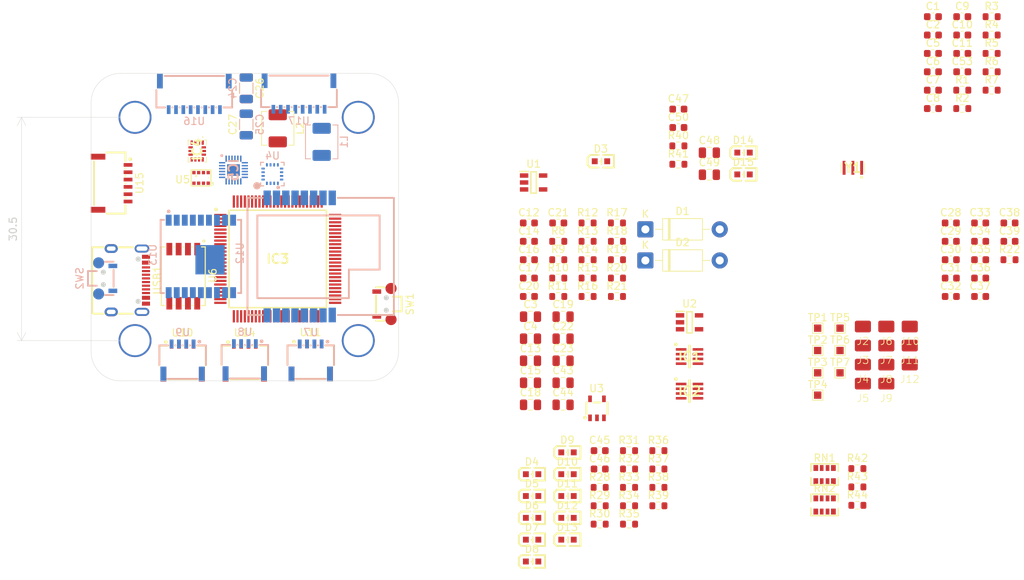
<source format=kicad_pcb>
(kicad_pcb (version 20241229) (generator "pcbnew") (generator_version "9.0")
  (layers (0 "F.Cu" signal) (2 "B.Cu" signal) (13 "F.Paste" user) (15 "B.Paste" user) (5 "F.SilkS" user "F.Silkscreen") (7 "B.SilkS" user "B.Silkscreen") (1 "F.Mask" user) (3 "B.Mask" user) (25 "Edge.Cuts" user))
  (net 0 "")
  (net 1 "GND")
  (net 2 "VCAP1")
  (net 3 "NRST")
  (net 4 "4V5")
  (net 5 "VCC_ICM")
  (net 6 "VDD_MCU")
  (net 7 "Net-(IC2-VCC)")
  (net 8 "Net-(IC2-BST)")
  (net 9 "Net-(C17-Pad1)")
  (net 10 "5V_BEC")
  (net 11 "Net-(IC1-VCC)")
  (net 12 "Net-(C21-Pad1)")
  (net 13 "Net-(IC1-BST)")
  (net 14 "9V_BEC")
  (net 15 "VBAT")
  (net 16 "Net-(IC5-REGOUT)")
  (net 17 "Net-(U4-SETP)")
  (net 18 "Net-(U4-SETC)")
  (net 19 "Net-(U4-C1)")
  (net 20 "VDD_RECV")
  (net 21 "VCAP2")
  (net 22 "5V_USB")
  (net 23 "Net-(D3-K)")
  (net 24 "LED_0")
  (net 25 "Net-(D4-K)")
  (net 26 "LED_1")
  (net 27 "Net-(D5-K)")
  (net 28 "Net-(D6-K)")
  (net 29 "Net-(D8-K)")
  (net 30 "Net-(D10-K)")
  (net 31 "Net-(D12-K)")
  (net 32 "Net-(D14-K)")
  (net 33 "Net-(D15-A)")
  (net 34 "Net-(D15-K)")
  (net 35 "Net-(IC1-PG)")
  (net 36 "FB_9V")
  (net 37 "LC_9V")
  (net 38 "Net-(IC1-EN{slash}SYNC)")
  (net 39 "Net-(IC2-PG)")
  (net 40 "LC_5V")
  (net 41 "FB_5V")
  (net 42 "Net-(IC2-EN{slash}SYNC)")
  (net 43 "RSSI")
  (net 46 "PWM_8")
  (net 47 "SPI4_SCLK")
  (net 48 "SPI1_MOSI")
  (net 49 "SDIO_D3")
  (net 50 "PWM_SW_2812")
  (net 51 "UART6_TX")
  (net 52 "UART7_CTS")
  (net 53 "SPI1_MISO")
  (net 54 "PWM_1")
  (net 55 "IMU1_SPI4_EXTI2")
  (net 56 "Net-(IC3-PB7)")
  (net 57 "BEEPER")
  (net 58 "SWD_SWDIO")
  (net 59 "SPI3_IMU3_CS")
  (net 60 "SDIO_CLK")
  (net 61 "SPI3_MISO")
  (net 62 "I2C2_SCL")
  (net 63 "PWM_3")
  (net 64 "CAN_RX")
  (net 65 "PWM_5")
  (net 66 "UART4_RX")
  (net 67 "SPI3_MOSI")
  (net 68 "SPI1_SCLK")
  (net 69 "PWM_9")
  (net 70 "SDIO_CMD")
  (net 72 "EXTi_CS2")
  (net 73 "UART2_RX")
  (net 74 "SPI3_SCLK")
  (net 75 "Net-(IC3-PB6)")
  (net 76 "UART3_TX")
  (net 77 "UART6_RX")
  (net 78 "PWM_2")
  (net 79 "SPI2_MISO")
  (net 80 "UART2_TX")
  (net 81 "IMU2_SPI1_EXTI1")
  (net 83 "Net-(IC3-PH1-OSC_OUT)")
  (net 84 "UART8_TX")
  (net 86 "PWM_11")
  (net 87 "UART7_TX")
  (net 89 "AIRS")
  (net 90 "PWM_4")
  (net 91 "SPI1_IMU1_CS")
  (net 92 "SDIO_D1")
  (net 93 "UART3_RX")
  (net 94 "UART8_RX")
  (net 95 "CAN_TX")
  (net 96 "SPI4_MISO")
  (net 97 "UART1_RX")
  (net 98 "OTG_FS_DP")
  (net 99 "BOOT0")
  (net 100 "SPI2_MOSI")
  (net 101 "Net-(IC3-PH0-OSC_IN)")
  (net 103 "SW_POWER")
  (net 104 "SWD_SWCLK")
  (net 105 "UART7_RX")
  (net 106 "SW_CAMERA")
  (net 107 "EXTI_CS1")
  (net 108 "SPI4_MOSI")
  (net 109 "SPI2_SCLK")
  (net 110 "PWM_6")
  (net 111 "PWM_7")
  (net 112 "I2C2_SDA")
  (net 113 "SENS_CUR1")
  (net 114 "PWM_12")
  (net 115 "UART7_RTS")
  (net 116 "UART4_TX")
  (net 117 "SDIO_D2")
  (net 118 "SENS_VOL")
  (net 119 "SPI4_IMU2_CS")
  (net 120 "UART1_TX")
  (net 121 "OTG_FS_DM")
  (net 122 "SENS_CUR2")
  (net 123 "PWM_10")
  (net 138 "Net-(J2-Pin_1)")
  (net 139 "Net-(J5-Pin_1)")
  (net 140 "Net-(J6-Pin_1)")
  (net 141 "Net-(USB1-CC2)")
  (net 142 "Net-(USB1-CC1)")
  (net 143 "Net-(R16-Pad1)")
  (net 144 "Net-(R19-Pad1)")
  (net 145 "Net-(U5-SDO)")
  (net 146 "SDIO_D0")
  (net 147 "Net-(RN1-Pad1)")
  (net 148 "Net-(RN1-Pad3)")
  (net 149 "Net-(RN1-Pad4)")
  (net 150 "Net-(RN1-Pad2)")
  (net 151 "Net-(RN2-Pad3)")
  (net 152 "Net-(RN2-Pad1)")
  (net 153 "Net-(RN2-Pad2)")
  (net 154 "Net-(RN2-Pad4)")
  (net 155 "Net-(SW2-Pad3)")
  (net 156 "Net-(U13-IO0)")
  (net 163 "I2C1_CLK")
  (net 166 "I2C1_SDA")
  (net 170 "DIO1")
  (net 171 "MOSI_RECV")
  (net 172 "NSS")
  (net 173 "BUSY")
  (net 174 "SCK")
  (net 175 "NRST_RECV")
  (net 178 "MISO_RECV")
  (footprint "TestPoint:TestPoint_Pad_1.0x1.0mm" (layer "F.Cu") (at 162.255 94.8)
    (property "Reference" "TP1")
    (property "Value" "TestPoint")
  )
  (footprint "fch7_fp:LED0603-R-RD_RED" (layer "F.Cu") (at 123.243 120.7085)
    (property "Reference" "D6")
    (property "Value" "NCD0603R3")
  )
  (footprint "TestPoint:TestPoint_Pad_1.0x1.0mm" (layer "F.Cu") (at 162.255 100.9)
    (property "Reference" "TP3")
    (property "Value" "TestPoint")
  )
  (footprint "Resistor_SMD:R_0603_1608Metric" (layer "F.Cu") (at 132.475 121.57)
    (property "Reference" "R30")
    (property "Value" "470")
  )
  (footprint "Capacitor_SMD:C_0805_2012Metric" (layer "F.Cu") (at 127.475 102.26)
    (property "Reference" "C43")
    (property "Value" "10u")
  )
  (footprint "Capacitor_SMD:C_1206_3216Metric" (layer "F.Cu") (at 84.2 66.975 90)
    (property "Reference" "C27")
    (property "Value" "47u")
  )
  (footprint "fch7_fp:LED0603-R-RD_RED" (layer "F.Cu") (at 152.123 70.8155)
    (property "Reference" "D14")
    (property "Value" "NCD0603R3")
  )
  (footprint "fch7_fp:LED0603-R-RD_RED" (layer "F.Cu") (at 128.0785 114.7465)
    (property "Reference" "D10")
    (property "Value" "NCD0603R3")
  )
  (footprint "Resistor_SMD:R_0603_1608Metric" (layer "F.Cu") (at 140.495 111.53)
    (property "Reference" "R36")
    (property "Value" "10k")
  )
  (footprint "fch7_fp:SON65P300X300X100-8N" (layer "F.Cu") (at 144.75 98.675)
    (property "Reference" "IC1")
    (property "Value" "MP9943AGQ-Z" (hide yes))
  )
  (footprint "Resistor_SMD:R_0603_1608Metric" (layer "F.Cu") (at 126.815 82.94)
    (property "Reference" "R8")
    (property "Value" "10k")
  )
  (footprint "Capacitor_SMD:C_0805_2012Metric" (layer "F.Cu") (at 127.475 105.27)
    (property "Reference" "C44")
    (property "Value" "100u")
  )
  (footprint "Capacitor_SMD:C_0603_1608Metric" (layer "F.Cu") (at 188.455 82.94)
    (property "Reference" "C39")
    (property "Value" "4.7u")
  )
  (footprint "Capacitor_SMD:C_0603_1608Metric" (layer "F.Cu") (at 122.805 90.47)
    (property "Reference" "C20")
    (property "Value" "100n")
  )
  (footprint "Capacitor_SMD:C_0603_1608Metric" (layer "F.Cu") (at 177.995 62.29)
    (property "Reference" "C7")
    (property "Value" "100n")
  )
  (footprint "fch7_fp:SolderPad_1x01_SMD_2.2x1.6mm" (layer "F.Cu") (at 168.43 97.175)
    (property "Reference" "J3")
    (property "Value" "PIN2216")
  )
  (footprint "Resistor_SMD:R_0603_1608Metric" (layer "F.Cu") (at 130.825 87.96)
    (property "Reference" "R15")
    (property "Value" "20")
  )
  (footprint "TestPoint:TestPoint_Pad_1.0x1.0mm" (layer "F.Cu") (at 165.305 94.8)
    (property "Reference" "TP5")
    (property "Value" "TestPoint")
  )
  (footprint "fch7_fp:LED0603-R-RD_RED" (layer "F.Cu") (at 123.243 114.7465)
    (property "Reference" "D4")
    (property "Value" "NCD0603R3")
  )
  (footprint "Resistor_SMD:R_0603_1608Metric" (layer "F.Cu") (at 136.485 121.57)
    (property "Reference" "R35")
    (property "Value" "10k")
  )
  (footprint "fch7_fp:LED0603-R-RD_RED" (layer "F.Cu") (at 128.0785 111.7655)
    (property "Reference" "D9")
    (property "Value" "NCD0603R3")
  )
  (footprint "Capacitor_SMD:C_0603_1608Metric" (layer "F.Cu") (at 177.995 59.78)
    (property "Reference" "C6")
    (property "Value" "100n")
  )
  (footprint "Resistor_SMD:R_0603_1608Metric" (layer "F.Cu") (at 132.475 116.55)
    (property "Reference" "R28")
    (property "Value" "470")
  )
  (footprint "Capacitor_SMD:C_0805_2012Metric" (layer "F.Cu") (at 123.025 105.27)
    (property "Reference" "C18")
    (property "Value" "22u")
  )
  (footprint "fch7_fp:SolderPad_1x01_SMD_2.2x1.6mm" (layer "F.Cu") (at 168.43 99.775)
    (property "Reference" "J4")
    (property "Value" "PIN2216")
  )
  (footprint "Capacitor_SMD:C_0603_1608Metric" (layer "F.Cu") (at 182.005 54.76)
    (property "Reference" "C10")
    (property "Value" "4.7u")
  )
  (footprint "fch7_fp:MountingHole_quad_30.5x30.5" (layer "F.Cu") (at 69 66)
    (property "Reference" "H1")
    (property "Value" "MountingHole")
  )
  (footprint "Resistor_SMD:R_0603_1608Metric" (layer "F.Cu") (at 130.825 80.43)
    (property "Reference" "R12")
    (property "Value" "20")
  )
  (footprint "fch7_fp:CONN-SMD_4P-P1.00_HDGC_HDGC1002WR-S-4P" (layer "F.Cu") (at 93 99)
    (property "Reference" "U11")
    (property "Value" "HDGC1002WR-S-4P")
  )
  (footprint "Capacitor_SMD:C_0603_1608Metric" (layer "F.Cu") (at 177.995 54.76)
    (property "Reference" "C2")
    (property "Value" "100n")
  )
  (footprint "Resistor_SMD:R_0603_1608Metric" (layer "F.Cu") (at 134.835 90.47)
    (property "Reference" "R21")
    (property "Value" "41.2k")
  )
  (footprint "fch7_fp:LED0603-R-RD_RED" (layer "F.Cu") (at 152.123 73.7965)
    (property "Reference" "D15")
    (property "Value" "NCD0603R3")
  )
  (footprint "Capacitor_SMD:C_0603_1608Metric" (layer "F.Cu") (at 184.445 90.47)
    (property "Reference" "C37")
    (property "Value" "10n")
  )
  (footprint "Resistor_SMD:R_0603_1608Metric" (layer "F.Cu") (at 136.485 119.06)
    (property "Reference" "R34")
    (property "Value" "1k")
  )
  (footprint "fch7_fp:LED0603-R-RD_RED" (layer "F.Cu") (at 128.0785 120.7085)
    (property "Reference" "D12")
    (property "Value" "NCD0603R3")
  )
  (footprint "Capacitor_SMD:C_0603_1608Metric" (layer "F.Cu") (at 143.225 64.88)
    (property "Reference" "C47")
    (property "Value" "100n")
  )
  (footprint "Capacitor_SMD:C_0603_1608Metric" (layer "F.Cu") (at 122.805 85.45)
    (property "Reference" "C16")
    (property "Value" "100n")
  )
  (footprint "Capacitor_SMD:C_0603_1608Metric" (layer "F.Cu") (at 122.805 87.96)
    (property "Reference" "C17")
    (property "Value" "100n")
  )
  (footprint "fch7_fp:CONN-SMD_HDGC1002WR-S-6P" (layer "F.Cu") (at 66 75 -90)
    (property "Reference" "U15")
    (property "Value" "HDGC1002WR-S-6P")
  )
  (footprint "TestPoint:TestPoint_Pad_1.0x1.0mm" (layer "F.Cu") (at 165.305 100.9)
    (property "Reference" "TP7")
    (property "Value" "TestPoint")
  )
  (footprint "fch7_fp:IIM42352" (layer "F.Cu") (at 77.5 70.6 -90)
    (property "Reference" "IC4")
    (property "Value" "ICM-42688-P" (hide yes))
  )
  (footprint "Resistor_SMD:R_0603_1608Metric" (layer "F.Cu") (at 186.015 57.27)
    (property "Reference" "R5")
    (property "Value" "2.2k")
  )
  (footprint "Capacitor_SMD:C_0603_1608Metric" (layer "F.Cu") (at 122.805 82.94)
    (property "Reference" "C14")
    (property "Value" "100n")
  )
  (footprint "Resistor_SMD:R_0603_1608Metric" (layer "F.Cu") (at 186.015 52.25)
    (property "Reference" "R3")
    (property "Value" "2.2k")
  )
  (footprint "fch7_fp:CSNP1GCR01-BOW" (layer "F.Cu") (at 75.595 87.7 -90)
    (property "Reference" "U6")
    (property "Value" "CSNP1GCR01-BOW")
  )
  (footprint "Capacitor_SMD:C_0603_1608Metric" (layer "F.Cu") (at 180.435 80.43)
    (property "Reference" "C28")
    (property "Value" "100n")
  )
  (footprint "Resistor_SMD:R_0603_1608Metric" (layer "F.Cu") (at 186.015 62.29)
    (property "Reference" "R7")
    (property "Value" "5k1")
  )
  (footprint "Capacitor_SMD:C_0603_1608Metric" (layer "F.Cu") (at 177.995 64.8)
    (property "Reference" "C8")
    (property "Value" "100n")
  )
  (footprint "fch7_fp:LQFP-100_14x14mm_P0.5mm_STM32H743" (layer "F.Cu") (at 88.5 85.338)
    (property "Reference" "IC3")
    (property "Value" "STM32H743VIT6" (hide yes))
  )
  (footprint "Resistor_SMD:R_0603_1608Metric" (layer "F.Cu") (at 167.675 119)
    (property "Reference" "R44")
    (property "Value" "120")
  )
  (footprint "Resistor_SMD:R_0603_1608Metric" (layer "F.Cu") (at 126.815 85.45)
    (property "Reference" "R9")
    (property "Value" "1k")
  )
  (footprint "Capacitor_SMD:C_1206_3216Metric" (layer "F.Cu") (at 84.2 62.025 -90)
    (property "Reference" "C26")
    (property "Value" "47u")
  )
  (footprint "fch7_fp:RES-ARRAY-SMD_0603-8P-L3.2-W1.6-BL" (layer "F.Cu") (at 163.2005 114.8)
    (property "Reference" "RN1")
    (property "Value" "100Ω")
  )
  (footprint "fch7_fp:SOT23-5" (layer "F.Cu") (at 123.45 74.9)
    (property "Reference" "U1")
    (property "Value" "ME6217C33M5G")
  )
  (footprint "Capacitor_SMD:C_0603_1608Metric" (layer "F.Cu") (at 184.445 80.43)
    (property "Reference" "C33")
    (property "Value" "100n")
  )
  (footprint "Capacitor_SMD:C_0805_2012Metric" (layer "F.Cu") (at 127.475 96.24)
    (property "Reference" "C22")
    (property "Value" "22u")
  )
  (footprint "Capacitor_SMD:C_0603_1608Metric" (layer "F.Cu") (at 180.435 82.94)
    (property "Reference" "C29")
    (property "Value" "100n")
  )
  (footprint "fch7_fp:SolderPad_1x01_SMD_2.2x1.6mm" (layer "F.Cu") (at 174.83 99.775)
    (property "Reference" "J12")
    (property "Value" "PIN2216")
  )
  (footprint "Capacitor_SMD:C_0603_1608Metric" (layer "F.Cu") (at 126.815 80.43)
    (property "Reference" "C21")
    (property "Value" "100n")
  )
  (footprint "Resistor_SMD:R_0603_1608Metric" (layer "F.Cu") (at 167.675 116.49)
    (property "Reference" "R43")
    (property "Value" "120")
  )
  (footprint "Capacitor_SMD:C_0805_2012Metric" (layer "F.Cu") (at 127.475 93.23)
    (property "Reference" "C19")
    (property "Value" "22u")
  )
  (footprint "Capacitor_SMD:C_0805_2012Metric" (layer "F.Cu") (at 123.025 93.23)
    (property "Reference" "C3")
    (property "Value" "10u")
  )
  (footprint "Resistor_SMD:R_0603_1608Metric" (layer "F.Cu") (at 140.495 119.06)
    (property "Reference" "R39")
    (property "Value" "10k")
  )
  (footprint "Diode_THT:D_DO-41_SOD81_P10.16mm_Horizontal" (layer "F.Cu") (at 138.715 85.55)
    (property "Reference" "D2")
    (property "Value" "1N5819")
  )
  (footprint "Capacitor_SMD:C_0603_1608Metric" (layer "F.Cu") (at 182.005 57.27)
    (property "Reference" "C11")
    (property "Value" "1u")
  )
  (footprint "Capacitor_SMD:C_0603_1608Metric" (layer "F.Cu") (at 180.435 90.47)
    (property "Reference" "C32")
    (property "Value" "100n")
  )
  (footprint "fch7_fp:SW-SMD_2P-TS24CA" (layer "F.Cu") (at 103 91.5 -90)
    (property "Reference" "SW1")
    (property "Value" "TS24CA")
    (fp_poly (pts (xy -0.502994 -0.370684) (xy -0.526642 -0.458939) (xy -0.572326 -0.538067) (xy -0.636933 -0.602674) (xy -0.716061 -0.648358) (xy -0.804316 -0.672006) (xy -0.895684 -0.672006) (xy -0.983939 -0.648358) (xy -1.063067 -0.602674) (xy -1.127674 -0.538067) (xy -1.173358 -0.458939) (xy -1.197006 -0.370684) (xy -1.197006 -0.279316) (xy -1.173358 -0.191061) (xy -1.127674 -0.111933) (xy -1.063067 -0.047326) (xy -0.983939 -0.001642) (xy -0.895684 0.022006) (xy -0.804316 0.022006) (xy -0.716061 -0.001642) (xy -0.636933 -0.047326) (xy -0.572326 -0.111933) (xy -0.526642 -0.191061) (xy -0.502994 -0.279316)) (fill yes) (layer "Edge.Cuts"))
    (fp_poly (pts (xy 1.197006 -0.370684) (xy 1.173358 -0.458939) (xy 1.127674 -0.538067) (xy 1.063067 -0.602674) (xy 0.983939 -0.648358) (xy 0.895684 -0.672006) (xy 0.804316 -0.672006) (xy 0.716061 -0.648358) (xy 0.636933 -0.602674) (xy 0.572326 -0.538067) (xy 0.526642 -0.458939) (xy 0.502994 -0.370684) (xy 0.502994 -0.279316) (xy 0.526642 -0.191061) (xy 0.572326 -0.111933) (xy 0.636933 -0.047326) (xy 0.716061 -0.001642) (xy 0.804316 0.022006) (xy 0.895684 0.022006) (xy 0.983939 -0.001642) (xy 1.063067 -0.047326) (xy 1.127674 -0.111933) (xy 1.173358 -0.191061) (xy 1.197006 -0.279316)) (fill yes) (layer "Edge.Cuts"))
  )
  (footprint "Resistor_SMD:R_0603_1608Metric" (layer "F.Cu") (at 186.015 59.78)
    (property "Reference" "R6")
    (property "Value" "5k1")
  )
  (footprint "fch7_fp:SolderPad_1x01_SMD_2.2x1.6mm" (layer "F.Cu") (at 171.63 97.175)
    (property "Reference" "J7")
    (property "Value" "PIN2216")
  )
  (footprint "Capacitor_SMD:C_0603_1608Metric" (layer "F.Cu") (at 180.435 85.45)
    (property "Reference" "C30")
    (property "Value" "100n")
  )
  (footprint "Resistor_SMD:R_0603_1608Metric" (layer "F.Cu") (at 130.825 82.94)
    (property "Reference" "R13")
    (property "Value" "1M")
  )
  (footprint "Resistor_SMD:R_0603_1608Metric" (layer "F.Cu") (at 130.825 90.47)
    (property "Reference" "R16")
    (property "Value" "51k")
  )
  (footprint "Resistor_SMD:R_0603_1608Metric" (layer "F.Cu") (at 188.455 85.45)
    (property "Reference" "R22")
    (property "Value" "100k")
  )
  (footprint "TestPoint:TestPoint_Pad_1.0x1.0mm" (layer "F.Cu") (at 162.255 103.95)
    (property "Reference" "TP4")
    (property "Value" "TestPoint")
  )
  (footprint "Resistor_SMD:R_0603_1608Metric" (layer "F.Cu") (at 126.815 90.47)
    (property "Reference" "R11")
    (property "Value" "1M")
  )
  (footprint "fch7_fp:SOT23-5" (layer "F.Cu") (at 144.75 94)
    (property "Reference" "U2")
    (property "Value" "ME6217C33M5G")
  )
  (footprint "fch7_fp:SolderPad_1x01_SMD_2.2x1.6mm" (layer "F.Cu") (at 171.63 102.375)
    (property "Reference" "J9")
    (property "Value" "PIN2216")
  )
  (footprint "fch7_fp:SolderPad_1x01_SMD_2.2x1.6mm" (layer "F.Cu") (at 171.63 99.775)
    (property "Reference" "J8")
    (property "Value" "PIN2216")
  )
  (footprint "fch7_fp:SolderPad_1x01_SMD_2.2x1.6mm" (layer "F.Cu") (at 168.43 94.575)
    (property "Reference" "J2")
    (property "Value" "PIN2216")
  )
  (footprint "Capacitor_SMD:C_0603_1608Metric" (layer "F.Cu") (at 184.445 85.45)
    (property "Reference" "C35")
    (property "Value" "10n")
  )
  (footprint "Capacitor_SMD:C_0603_1608Metric" (layer "F.Cu") (at 122.805 80.43)
    (property "Reference" "C12")
    (property "Value" "100n")
  )
  (footprint "Capacitor_SMD:C_0603_1608Metric" (layer "F.Cu") (at 184.445 82.94)
    (property "Reference" "C34")
    (property "Value" "100n")
  )
  (footprint "Resistor_SMD:R_0603_1608Metric" (layer "F.Cu") (at 134.835 80.43)
    (property "Reference" "R17")
    (property "Value" "41.2k")
  )
  (footprint "Capacitor_SMD:C_0603_1608Metric" (layer "F.Cu") (at 143.225 67.39)
    (property "Reference" "C50")
    (property "Value" "100n")
  )
  (footprint "fch7_fp:LED0603-R-RD_RED" (layer "F.Cu") (at 132.649 72)
    (property "Reference" "D3")
    (property "Value" "NCD0603R3")
  )
  (footprint "TestPoint:TestPoint_Pad_1.0x1.0mm" (layer "F.Cu") (at 165.305 97.85)
    (property "Reference" "TP6")
    (property "Value" "TestPoint")
  )
  (footprint "Resistor_SMD:R_0603_1608Metric" (layer "F.Cu") (at 126.815 87.96)
    (property "Reference" "R10")
    (property "Value" "100k")
  )
  (footprint "Capacitor_SMD:C_0805_2012Metric" (layer "F.Cu") (at 147.455 73.84)
    (property "Reference" "C49")
    (property "Value" "22u")
  )
  (footprint "Capacitor_SMD:C_0805_2012Metric" (layer "F.Cu") (at 123.025 99.25)
    (property "Reference" "C13")
    (property "Value" "22u")
  )
  (footprint "Resistor_SMD:R_0603_1608Metric" (layer "F.Cu") (at 134.835 87.96)
    (property "Reference" "R20")
    (property "Value" "4.02k")
  )
  (footprint "Capacitor_SMD:C_0603_1608Metric" (layer "F.Cu") (at 177.995 57.27)
    (property "Reference" "C5")
    (property "Value" "100n")
  )
  (footprint "Resistor_SMD:R_0603_1608Metric" (layer "F.Cu") (at 134.835 85.45)
    (property "Reference" "R19")
    (property "Value" "51k")
  )
  (footprint "fch7_fp:RES-ARRAY-SMD_0603-8P-L3.2-W1.6-BL" (layer "F.Cu") (at 163.2005 118.95)
    (property "Reference" "RN2")
    (property "Value" "100Ω")
  )
  (footprint "fch7_fp:SENSOR-SMD_SPL06-001" (layer "F.Cu") (at 78.025 74.275)
    (property "Reference" "U5")
    (property "Value" "SPL06-001")
  )
  (footprint "Capacitor_SMD:C_0603_1608Metric" (layer "F.Cu") (at 180.435 87.96)
    (property "Reference" "C31")
    (property "Value" "100n")
  )
  (footprint "Capacitor_SMD:C_0603_1608Metric" (layer "F.Cu") (at 132.475 111.53)
    (property "Reference" "C45")
    (property "Value" "100n")
  )
  (footprint "Resistor_SMD:R_0603_1608Metric" (layer "F.Cu") (at 132.475 119.06)
    (property "Reference" "R29")
    (property "Value" "470")
  )
  (footprint "Capacitor_SMD:C_0805_2012Metric" (layer "F.Cu") (at 127.475 99.25)
    (property "Reference" "C23")
    (property "Value" "22u")
  )
  (footprint "Resistor_SMD:R_0603_1608Metric" (layer "F.Cu") (at 143.225 69.9)
    (property "Reference" "R40")
    (property "Value" "470")
  )
  (footprint "fch7_fp:SON65P300X300X100-8N" (layer "F.Cu") (at 144.75 103.4)
    (property "Reference" "IC2")
    (property "Value" "MP9943AGQ-Z" (hide yes))
  )
  (footprint "Resistor_SMD:R_0603_1608Metric" (layer "F.Cu") (at 136.485 116.55)
    (property "Reference" "R33")
    (property "Value" "1k")
  )
  (footprint "Resistor_SMD:R_0603_1608Metric" (layer "F.Cu") (at 130.825 85.45)
    (property "Reference" "R14")
    (property "Value" "100k")
  )
  (footprint "Capacitor_SMD:C_0805_2012Metric" (layer "F.Cu") (at 147.455 70.83)
    (property "Reference" "C48")
    (property "Value" "22u")
  )
  (footprint "Capacitor_SMD:C_0603_1608Metric" (layer "F.Cu") (at 182.005 59.78)
    (property "Reference" "C53")
    (property "Value" "2.2u")
  )
  (footprint "Capacitor_SMD:C_0603_1608Metric" (layer "F.Cu") (at 177.995 52.25)
    (property "Reference" "C1")
    (property "Value" "2.2u")
  )
  (footprint "Capacitor_SMD:C_0805_2012Metric" (layer "F.Cu") (at 123.025 96.24)
    (property "Reference" "C4")
    (property "Value" "1u")
  )
  (footprint "fch7_fp:AP2112K-1.8TRG1" (layer "F.Cu") (at 132.105 105.75)
    (property "Reference" "U3")
    (property "Value" "LDO-1.8v")
  )
  (footprint "Inductor_SMD:L_Sunlord_MWSA0402S" (layer "F.Cu") (at 88.5 67.5 -90)
    (property "Reference" "L2")
    (property "Value" "10u")
  )
  (footprint "fch7_fp:SolderPad_1x01_SMD_2.2x1.6mm" (layer "F.Cu") (at 171.63 94.575)
    (property "Reference" "J6")
    (property "Value" "PIN2216")
  )
  (footprint "Capacitor_SMD:C_0603_1608Metric" (layer "F.Cu") (at 132.475 114.04)
    (property "Reference" "C46")
    (property "Value" "10n")
  )
  (footprint "fch7_fp:SolderPad_1x01_SMD_2.2x1.6mm" (layer "F.Cu") (at 168.43 102.375)
    (property "Reference" "J5")
    (property "Value" "PIN2216")
  )
  (footprint "fch7_fp:LED0603-R-RD_RED" (layer "F.Cu") (at 123.243 123.6895)
    (property "Reference" "D7")
    (property "Value" "NCD0603R3")
  )
  (footprint "Capacitor_SMD:C_0603_1608Metric" (layer "F.Cu") (at 188.455 80.43)
    (property "Reference" "C38")
    (property "Value" "220n")
  )
  (footprint "Resistor_SMD:R_0603_1608Metric" (layer "F.Cu") (at 140.495 114.04)
    (property "Reference" "R37")
    (property "Value" "10k")
  )
  (footprint "Resistor_SMD:R_0603_1608Metric" (layer "F.Cu") (at 186.015 54.76)
    (property "Reference" "R4")
    (property "Value" "2.2k")
  )
  (footprint "fch7_fp:LED0603-R-RD_RED" (layer "F.Cu") (at 128.0785 117.7275)
    (property "Reference" "D11")
    (property "Value" "NCD0603R3")
  )
  (footprint "Capacitor_SMD:C_0603_1608Metric" (layer "F.Cu") (at 182.005 52.25)
    (property "Reference" "C9")
    (property "Value" "100n")
  )
  (footprint "fch7_fp:SolderPad_1x01_SMD_2.2x1.6mm" (layer "F.Cu") (at 174.83 97.175)
    (property "Reference" "J11")
    (property "Value" "PIN2216")
  )
  (footprint "fch7_fp:CONN-SMD_4P-P1.00_HDGC_HDGC1002WR-S-4P" (layer "F.Cu") (at 84 99.05)
    (property "Reference" "U14")
    (property "Value" "HDGC1002WR-S-4P")
  )
  (footprint "Resistor_SMD:R_0603_1608Metric" (layer "F.Cu") (at 182.005 62.29)
    (property "Reference" "R1")
    (property "Value" "10k")
  )
  (footprint "fch7_fp:CONN-SMD_4P-P1.00_HDGC_HDGC1002WR-S-4P" (layer "F.Cu") (at 75.5 99.05)
    (property "Reference" "U10")
    (property "Value" "HDGC1002WR-S-4P")
  )
  (footprint "fch7_fp:USB-C-SMD_TYPE-C-6PIN-2MD-073" (layer "F.Cu") (at 68.125 88.25 -90)
    (property "Reference" "USB1")
    (property "Value" "USB-C-SMD_TYPE-C-6PIN-2MD-073")
    (fp_poly (pts (xy -2.542994 -1.350684) (xy -2.566642 -1.438939) (xy -2.612326 -1.518067) (xy -2.676933 -1.582674) (xy -2.756061 -1.628358) (xy -2.844316 -1.652006) (xy -2.935684 -1.652006) (xy -3.023939 -1.628358) (xy -3.103067 -1.582674) (xy -3.167674 -1.518067) (xy -3.213358 -1.438939) (xy -3.237006 -1.350684) (xy -3.237006 -1.259316) (xy -3.213358 -1.171061) (xy -3.167674 -1.091933) (xy -3.103067 -1.027326) (xy -3.023939 -0.981642) (xy -2.935684 -0.957994) (xy -2.844316 -0.957994) (xy -2.756061 -0.981642) (xy -2.676933 -1.027326) (xy -2.612326 -1.091933) (xy -2.566642 -1.171061) (xy -2.542994 -1.259316)) (fill yes) (layer "Edge.Cuts"))
    (fp_poly (pts (xy 3.237006 -1.350684) (xy 3.213358 -1.438939) (xy 3.167674 -1.518067) (xy 3.103067 -1.582674) (xy 3.023939 -1.628358) (xy 2.935684 -1.652006) (xy 2.844316 -1.652006) (xy 2.756061 -1.628358) (xy 2.676933 -1.582674) (xy 2.612326 -1.518067) (xy 2.566642 -1.438939) (xy 2.542994 -1.350684) (xy 2.542994 -1.259316) (xy 2.566642 -1.171061) (xy 2.612326 -1.091933) (xy 2.676933 -1.027326) (xy 2.756061 -0.981642) (xy 2.844316 -0.957994) (xy 2.935684 -0.957994) (xy 3.023939 -0.981642) (xy 3.103067 -1.027326) (xy 3.167674 -1.091933) (xy 3.213358 -1.171061) (xy 3.237006 -1.259316)) (fill yes) (layer "Edge.Cuts"))
  )
  (footprint "fch7_fp:SolderPad_1x01_SMD_2.2x1.6mm" (layer "F.Cu") (at 174.83 94.575)
    (property "Reference" "J10")
    (property "Value" "PIN2216")
  )
  (footprint "Resistor_SMD:R_0603_1608Metric" (layer "F.Cu") (at 143.225 72.41)
    (property "Reference" "R41")
    (property "Value" "470")
  )
  (footprint "Diode_THT:D_DO-41_SOD81_P10.16mm_Horizontal" (layer "F.Cu") (at 138.715 81.3)
    (property "Reference" "D1")
    (property "Value" "1N5819")
  )
  (footprint "Resistor_SMD:R_0603_1608Metric" (layer "F.Cu") (at 134.835 82.94)
    (property "Reference" "R18")
    (property "Value" "7.68k")
  )
  (footprint "Resistor_SMD:R_0603_1608Metric" (layer "F.Cu") (at 167.675 113.98)
    (property "Reference" "R42")
    (property "Value" "120")
  )
  (footprint "TestPoint:TestPoint_Pad_1.0x1.0mm" (layer "F.Cu") (at 162.255 97.85)
    (property "Reference" "TP2")
    (property "Value" "TestPoint")
  )
  (footprint "Resistor_SMD:R_0603_1608Metric" (layer "F.Cu") (at 140.495 116.55)
    (property "Reference" "R38")
    (property "Value" "10k")
  )
  (footprint "Capacitor_SMD:C_0805_2012Metric" (layer "F.Cu") (at 123.025 102.26)
    (property "Reference" "C15")
    (property "Value" "22u")
  )
  (footprint "Resistor_SMD:R_0603_1608Metric" (layer "F.Cu") (at 136.485 111.53)
    (property "Reference" "R31")
    (property "Value" "1k")
  )
  (footprint "fch7_fp:LED0603-R-RD_RED" (layer "F.Cu") (at 128.0785 123.6895)
    (property "Reference" "D13")
    (property "Value" "NCD0603R3")
  )
  (footprint "fch7_fp:LED0603-R-RD_RED" (layer "F.Cu") (at 123.243 117.7275)
    (property "Reference" "D5")
    (property "Value" "NCD0603R3")
  )
  (footprint "Resistor_SMD:R_0603_1608Metric" (layer "F.Cu") (at 182.005 64.8)
    (property "Reference" "R2")
    (property "Value" "2.2k")
  )
  (footprint "fch7_fp:LED0603-R-RD_RED" (layer "F.Cu") (at 123.243 126.6705)
    (property "Reference" "D8")
    (property "Value" "NCD0603R3")
  )
  (footprint "fch7_fp:CSTNE8M00G55Z000R0" (layer "F.Cu") (at 167.06 72.895)
    (property "Reference" "Y1")
    (property "Value" "8MHz" (hide yes))
  )
  (footprint "Resistor_SMD:R_0603_1608Metric" (layer "F.Cu") (at 136.485 114.04)
    (property "Reference" "R32")
    (property "Value" "1k")
  )
  (footprint "Capacitor_SMD:C_0603_1608Metric" (layer "F.Cu") (at 184.445 87.96)
    (property "Reference" "C36")
    (property "Value" "100n")
  )
  (footprint "fch7_fp:CONN-SMD_4P-P1.00_HDGC_HDGC1002WR-S-4P" (layer "B.Cu") (at 93 99 180)
    (property "Reference" "U7")
    (property "Value" "HDGC1002WR-S-4P")
  )
  (footprint "fch7_fp:SW-SMD_2P-TS24CA" (layer "B.Cu") (at 65 88 -90)
    (property "Reference" "SW2")
    (property "Value" "TS24CA")
    (fp_poly (pts (xy -0.502994 0.370684) (xy -0.526642 0.458939) (xy -0.572326 0.538067) (xy -0.636933 0.602674) (xy -0.716061 0.648358) (xy -0.804316 0.672006) (xy -0.895684 0.672006) (xy -0.983939 0.648358) (xy -1.063067 0.602674) (xy -1.127674 0.538067) (xy -1.173358 0.458939) (xy -1.197006 0.370684) (xy -1.197006 0.279316) (xy -1.173358 0.191061) (xy -1.127674 0.111933) (xy -1.063067 0.047326) (xy -0.983939 0.001642) (xy -0.895684 -0.022006) (xy -0.804316 -0.022006) (xy -0.716061 0.001642) (xy -0.636933 0.047326) (xy -0.572326 0.111933) (xy -0.526642 0.191061) (xy -0.502994 0.279316)) (fill yes) (layer "Edge.Cuts"))
    (fp_poly (pts (xy 1.197006 0.370684) (xy 1.173358 0.458939) (xy 1.127674 0.538067) (xy 1.063067 0.602674) (xy 0.983939 0.648358) (xy 0.895684 0.672006) (xy 0.804316 0.672006) (xy 0.716061 0.648358) (xy 0.636933 0.602674) (xy 0.572326 0.538067) (xy 0.526642 0.458939) (xy 0.502994 0.370684) (xy 0.502994 0.279316) (xy 0.526642 0.191061) (xy 0.572326 0.111933) (xy 0.636933 0.047326) (xy 0.716061 0.001642) (xy 0.804316 -0.022006) (xy 0.895684 -0.022006) (xy 0.983939 0.001642) (xy 1.063067 0.047326) (xy 1.127674 0.111933) (xy 1.173358 0.191061) (xy 1.197006 0.279316)) (fill yes) (layer "Edge.Cuts"))
  )
  (footprint "fch7_fp:CONN-SMD_HDGC1002WR-S-8P" (layer "B.Cu") (at 77.1 63)
    (property "Reference" "U16")
    (property "Value" "HDGC1002WR-S-8P")
  )
  (footprint "fch7_fp:WIFIM-SMD_ESP-01F-2M" (layer "B.Cu") (at 78 85 -90)
    (property "Reference" "U13")
    (property "Value" "ESP-01F-2M")
  )
  (footprint "Capacitor_SMD:C_1206_3216Metric" (layer "B.Cu") (at 84.2 62.025 -90)
    (property "Reference" "C24")
    (property "Value" "47u")
  )
  (footprint "fch7_fp:QFN40P300X300X95-25M-D" (layer "B.Cu") (at 82.45 73.2 -90)
    (property "Reference" "IC5")
    (property "Value" "MPU-6500" (hide yes))
  )
  (footprint "fch7_fp:CONN-SMD_HDGC1002WR-S-8P" (layer "B.Cu") (at 91.4 62.95)
    (property "Reference" "U17")
    (property "Value" "HDGC1002WR-S-8P")
  )
  (footprint "Capacitor_SMD:C_1206_3216Metric" (layer "B.Cu") (at 84.2 66.975 90)
    (property "Reference" "C25")
    (property "Value" "47u")
  )
  (footprint "fch7_fp:CONN-SMD_4P-P1.00_HDGC_HDGC1002WR-S-4P" (layer "B.Cu") (at 84 98.95 180)
    (property "Reference" "U8")
    (property "Value" "HDGC1002WR-S-4P")
  )
  (footprint "fch7_fp:CONN-SMD_4P-P1.00_HDGC_HDGC1002WR-S-4P" (layer "B.Cu") (at 75.5 99 180)
    (property "Reference" "U9")
    (property "Value" "HDGC1002WR-S-4P")
  )
  (footprint "fch7_fp:LGA-16_L3.0-W3.0-P0.50-BL_SQ" (layer "B.Cu") (at 87.763 73.75 180)
    (property "Reference" "U4")
    (property "Value" "QMC5883L")
  )
  (footprint "Inductor_SMD:L_Sunlord_MWSA0402S" (layer "B.Cu") (at 94.5 69.35 90)
    (property "Reference" "L1")
    (property "Value" "10u")
  )
  (footprint "fch7_fp:WIRELM-SMD_E28-2G4M27SX" (layer "B.Cu") (at 91.5 85 -90)
    (property "Reference" "U12")
    (property "Value" "E28-2G4M27SX")
  )
  (gr_line (start 101 102) (end 67 102) (stroke (width 0.05)) (layer "Edge.Cuts"))
  (gr_line (start 105 64) (end 105 98) (stroke (width 0.05)) (layer "Edge.Cuts"))
  (gr_arc (start 63 64) (mid 64.171573 61.171573) (end 67 60) (stroke (width 0.05)) (layer "Edge.Cuts"))
  (gr_arc (start 101 60) (mid 103.828427 61.171573) (end 105 64) (stroke (width 0.05)) (layer "Edge.Cuts"))
  (gr_arc (start 67 102) (mid 64.171573 100.828427) (end 63 98) (stroke (width 0.05)) (layer "Edge.Cuts"))
  (gr_line (start 63 98) (end 63 64) (stroke (width 0.05)) (layer "Edge.Cuts"))
  (gr_line (start 67 60) (end 101 60) (stroke (width 0.05)) (layer "Edge.Cuts"))
  (gr_arc (start 105 98) (mid 103.828427 100.828427) (end 101 102) (stroke (width 0.05)) (layer "Edge.Cuts"))
  (dimension (type orthogonal) (layer "Edge.Cuts") (pts (xy 69 66) (xy 69 96.5)) (height -15.5) (orientation 1) (format (prefix "") (suffix "") (units 3) (units_format 0) (precision 4) (suppress_zeroes yes)) (style (thickness 0.05) (arrow_length 1.27) (text_position_mode 0) (arrow_direction outward) (extension_height 0.58642) (extension_offset 0.5) (keep_text_aligned yes)) (gr_text "30.5" (at 52.35 81.25 90) (layer "Edge.Cuts") (effects (font (size 1 1) (thickness 0.15)))))
)
</source>
